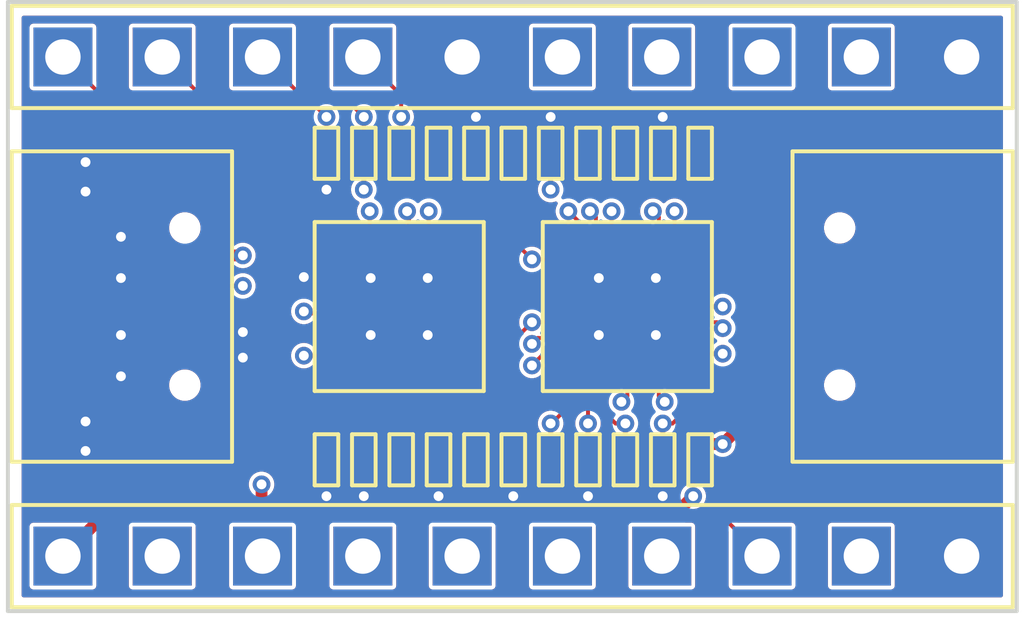
<source format=kicad_pcb>
(kicad_pcb (version 20171130) (host pcbnew 5.1.6-c6e7f7d~87~ubuntu20.04.1)
  (title_block (title "GD32F350 PWM Development Board") (date 2020-08-06) (rev 0.0) (comment 2 "Applications: PWM/PFM SMPS") (comment 3 "Features: ADC, PWM, I2C") (comment 4 "MCU: GD32F350G8U6"))
  (layers (0 F.Cu signal) (1 In1.Cu signal) (2 In2.Cu signal) (31 B.Cu signal) (34 B.Paste user) (35 F.Paste user) (36 B.SilkS user) (37 F.SilkS user) (38 B.Mask user) (39 F.Mask user) (44 Edge.Cuts user))
  (net 0 "")
  (net 1 /3V3)
  (net 2 /GND)
  (net 3 /RST)
  (net 4 /AD2)
  (net 5 /AD3)
  (net 6 /AD4)
  (net 7 /AD5)
  (net 8 /VIN)
  (net 9 "Net-(D1-Pad1)")
  (net 10 "Net-(D2-Pad1)")
  (net 11 /UDP)
  (net 12 /UDN)
  (net 13 /T0P1)
  (net 14 /T0N1)
  (net 15 /T0P2)
  (net 16 /T0N2)
  (net 17 /T16P)
  (net 18 /T15P)
  (net 19 /T15N)
  (net 20 /T16N)
  (net 21 /ENA)
  (net 22 /SCL)
  (net 23 /SDA)
  (net 24 /BM0)
  (net 25 /URS)
  (net 26 /BUS)
  (net 27 /LED)
  (net 28 /TXD)
  (net 29 /RXD)
  (net 30 /HDP)
  (net 31 /HDN)
  (module Local:U253-051T (layer F.Cu) (at 78.55 39.075 180)
    (fp_text reference P4 hide)
    (fp_text value USB2 hide)
    (fp_line (start 5.65 0.05) (end 0.05 0.05) (layer F.SilkS) (width 0.1))
    (fp_line (start 5.65 7.95) (end 5.65 0.05) (layer F.SilkS) (width 0.1))
    (fp_line (start 0.05 7.95) (end 5.65 7.95) (layer F.SilkS) (width 0.1))
    (fp_line (start 0.05 0.05) (end 0.05 7.95) (layer F.SilkS) (width 0.1))
    (pad "" np_thru_hole circle (at 4.45 2 180) (size 0.6 0.6) (drill 0.6) (layers *.Cu *.Mask))
    (pad "" np_thru_hole circle (at 4.45 6 180) (size 0.6 0.6) (drill 0.6) (layers *.Cu *.Mask))
    (pad 4 smd rect (at 5 5.3 180) (size 1.2 0.35) (layers F.Cu F.Paste F.Mask) (net 2 /GND))
    (pad 4 smd rect (at 5 4.65 180) (size 1.2 0.35) (layers F.Cu F.Paste F.Mask) (net 2 /GND))
    (pad 3 smd rect (at 5 4 180) (size 1.2 0.35) (layers F.Cu F.Paste F.Mask) (net 30 /HDP))
    (pad 2 smd rect (at 5 3.35 180) (size 1.2 0.35) (layers F.Cu F.Paste F.Mask) (net 31 /HDN))
    (pad 1 smd rect (at 5 2.7 180) (size 1.2 0.35) (layers F.Cu F.Paste F.Mask) (net 8 /VIN))
    (pad 4 smd rect (at 2.3 7.3 180) (size 1.2 1.2) (layers F.Cu F.Paste F.Mask) (net 2 /GND))
    (pad 4 smd rect (at 2.3 5.25 180) (size 1.5 1.5) (layers F.Cu F.Paste F.Mask) (net 2 /GND))
    (pad 4 smd rect (at 2.3 2.75 180) (size 1.5 1.5) (layers F.Cu F.Paste F.Mask) (net 2 /GND))
    (pad 4 smd rect (at 2.3 0.7 180) (size 1.2 1.2) (layers F.Cu F.Paste F.Mask) (net 2 /GND))
  )
  (module Local:QFN24_4.0_4.0_0.5 (layer F.Cu) (at 60.7 32.875)
    (fp_text reference U2 hide)
    (fp_text value CP2102N hide)
    (fp_line (start 4.35 0.05) (end 0.05 0.05) (layer F.SilkS) (width 0.1))
    (fp_line (start 4.35 4.35) (end 4.35 0.05) (layer F.SilkS) (width 0.1))
    (fp_line (start 0.05 4.35) (end 4.35 4.35) (layer F.SilkS) (width 0.1))
    (fp_line (start 0.05 0.05) (end 0.05 4.35) (layer F.SilkS) (width 0.1))
    (pad "" smd rect (at 2.2 2.2) (size 2.4 2.4) (layers F.Cu F.Paste F.Mask) (net 2 /GND))
    (pad 24 smd rect (at 0.95 0.35) (size 0.25 0.5) (layers F.Cu F.Paste F.Mask))
    (pad 19 smd rect (at 3.45 0.35) (size 0.25 0.5) (layers F.Cu F.Paste F.Mask) (net 3 /RST))
    (pad 23 smd rect (at 1.45 0.35) (size 0.25 0.5) (layers F.Cu F.Paste F.Mask) (net 24 /BM0))
    (pad 21 smd rect (at 2.45 0.35) (size 0.25 0.5) (layers F.Cu F.Paste F.Mask) (net 29 /RXD))
    (pad 20 smd rect (at 2.95 0.35) (size 0.25 0.5) (layers F.Cu F.Paste F.Mask) (net 28 /TXD))
    (pad 22 smd rect (at 1.95 0.35) (size 0.25 0.5) (layers F.Cu F.Paste F.Mask))
    (pad 12 smd rect (at 3.45 4.05) (size 0.25 0.5) (layers F.Cu F.Paste F.Mask))
    (pad 11 smd rect (at 2.95 4.05) (size 0.25 0.5) (layers F.Cu F.Paste F.Mask))
    (pad 10 smd rect (at 2.45 4.05) (size 0.25 0.5) (layers F.Cu F.Paste F.Mask))
    (pad 9 smd rect (at 1.95 4.05) (size 0.25 0.5) (layers F.Cu F.Paste F.Mask) (net 25 /URS))
    (pad 8 smd rect (at 1.45 4.05) (size 0.25 0.5) (layers F.Cu F.Paste F.Mask) (net 26 /BUS))
    (pad 7 smd rect (at 0.95 4.05) (size 0.25 0.5) (layers F.Cu F.Paste F.Mask) (net 8 /VIN))
    (pad 1 smd rect (at 0.35 0.95) (size 0.5 0.25) (layers F.Cu F.Paste F.Mask))
    (pad 2 smd rect (at 0.35 1.45) (size 0.5 0.25) (layers F.Cu F.Paste F.Mask) (net 2 /GND))
    (pad 3 smd rect (at 0.35 1.95) (size 0.5 0.25) (layers F.Cu F.Paste F.Mask) (net 11 /UDP))
    (pad 4 smd rect (at 0.35 2.45) (size 0.5 0.25) (layers F.Cu F.Paste F.Mask) (net 12 /UDN))
    (pad 5 smd rect (at 0.35 2.95) (size 0.5 0.25) (layers F.Cu F.Paste F.Mask) (net 1 /3V3))
    (pad 6 smd rect (at 0.35 3.45) (size 0.5 0.25) (layers F.Cu F.Paste F.Mask) (net 1 /3V3))
    (pad 15 smd rect (at 4.05 2.45) (size 0.5 0.25) (layers F.Cu F.Paste F.Mask))
    (pad 14 smd rect (at 4.05 2.95) (size 0.5 0.25) (layers F.Cu F.Paste F.Mask))
    (pad 13 smd rect (at 4.05 3.45) (size 0.5 0.25) (layers F.Cu F.Paste F.Mask))
    (pad 16 smd rect (at 4.05 1.95) (size 0.5 0.25) (layers F.Cu F.Paste F.Mask))
    (pad 18 smd rect (at 4.05 0.95) (size 0.5 0.25) (layers F.Cu F.Paste F.Mask))
    (pad 17 smd rect (at 4.05 1.45) (size 0.5 0.25) (layers F.Cu F.Paste F.Mask))
  )
  (module Local:QFN28_4,0_4.0_0.4 (layer F.Cu) (at 66.5 32.875)
    (fp_text reference U1 hide)
    (fp_text value GD32F350G8U6 hide)
    (fp_line (start 4.35 0.05) (end 0.05 0.05) (layer F.SilkS) (width 0.1))
    (fp_line (start 4.35 4.35) (end 4.35 0.05) (layer F.SilkS) (width 0.1))
    (fp_line (start 0.05 4.35) (end 4.35 4.35) (layer F.SilkS) (width 0.1))
    (fp_line (start 0.05 0.05) (end 0.05 4.35) (layer F.SilkS) (width 0.1))
    (pad "" smd rect (at 2.2 2.2) (size 2.4 2.4) (layers F.Cu F.Paste F.Mask) (net 2 /GND))
    (pad 27 smd rect (at 1.4 0.325) (size 0.2 0.45) (layers F.Cu F.Paste F.Mask) (net 19 /T15N))
    (pad 22 smd rect (at 3.4 0.325) (size 0.2 0.45) (layers F.Cu F.Paste F.Mask) (net 28 /TXD))
    (pad 23 smd rect (at 3 0.325) (size 0.2 0.45) (layers F.Cu F.Paste F.Mask) (net 29 /RXD))
    (pad 24 smd rect (at 2.6 0.325) (size 0.2 0.45) (layers F.Cu F.Paste F.Mask))
    (pad 26 smd rect (at 1.8 0.325) (size 0.2 0.45) (layers F.Cu F.Paste F.Mask) (net 21 /ENA))
    (pad 25 smd rect (at 2.2 0.325) (size 0.2 0.45) (layers F.Cu F.Paste F.Mask) (net 27 /LED))
    (pad 28 smd rect (at 1 0.325) (size 0.2 0.45) (layers F.Cu F.Paste F.Mask) (net 20 /T16N))
    (pad 14 smd rect (at 3.4 4.075) (size 0.2 0.45) (layers F.Cu F.Paste F.Mask) (net 7 /AD5))
    (pad 13 smd rect (at 3 4.075) (size 0.2 0.45) (layers F.Cu F.Paste F.Mask) (net 18 /T15P))
    (pad 12 smd rect (at 2.6 4.075) (size 0.2 0.45) (layers F.Cu F.Paste F.Mask) (net 17 /T16P))
    (pad 11 smd rect (at 2.2 4.075) (size 0.2 0.45) (layers F.Cu F.Paste F.Mask) (net 14 /T0N1))
    (pad 10 smd rect (at 1.8 4.075) (size 0.2 0.45) (layers F.Cu F.Paste F.Mask) (net 6 /AD4))
    (pad 9 smd rect (at 1.4 4.075) (size 0.2 0.45) (layers F.Cu F.Paste F.Mask) (net 5 /AD3))
    (pad 8 smd rect (at 1 4.075) (size 0.2 0.45) (layers F.Cu F.Paste F.Mask) (net 4 /AD2))
    (pad 18 smd rect (at 4.075 2.2) (size 0.45 0.2) (layers F.Cu F.Paste F.Mask) (net 15 /T0P2))
    (pad 21 smd rect (at 4.075 1) (size 0.45 0.2) (layers F.Cu F.Paste F.Mask))
    (pad 17 smd rect (at 4.075 2.6) (size 0.45 0.2) (layers F.Cu F.Paste F.Mask) (net 13 /T0P1))
    (pad 19 smd rect (at 4.075 1.8) (size 0.45 0.2) (layers F.Cu F.Paste F.Mask) (net 31 /HDN))
    (pad 15 smd rect (at 4.075 3.4) (size 0.45 0.2) (layers F.Cu F.Paste F.Mask) (net 16 /T0N2))
    (pad 16 smd rect (at 4.075 3) (size 0.45 0.2) (layers F.Cu F.Paste F.Mask) (net 1 /3V3))
    (pad 20 smd rect (at 4.075 1.4) (size 0.45 0.2) (layers F.Cu F.Paste F.Mask) (net 30 /HDP))
    (pad 7 smd rect (at 0.325 3.4) (size 0.45 0.2) (layers F.Cu F.Paste F.Mask) (net 23 /SDA))
    (pad 6 smd rect (at 0.325 3) (size 0.45 0.2) (layers F.Cu F.Paste F.Mask) (net 22 /SCL))
    (pad 5 smd rect (at 0.325 2.6) (size 0.45 0.2) (layers F.Cu F.Paste F.Mask) (net 1 /3V3))
    (pad 4 smd rect (at 0.325 2.2) (size 0.45 0.2) (layers F.Cu F.Paste F.Mask) (net 3 /RST))
    (pad 3 smd rect (at 0.325 1.8) (size 0.45 0.2) (layers F.Cu F.Paste F.Mask))
    (pad 2 smd rect (at 0.325 1.4) (size 0.45 0.2) (layers F.Cu F.Paste F.Mask))
    (pad 1 smd rect (at 0.325 1) (size 0.45 0.2) (layers F.Cu F.Paste F.Mask) (net 24 /BM0))
  )
  (module Local:0402 (layer F.Cu) (at 68.3 31.875 90)
    (fp_text reference R10 hide)
    (fp_text value Resistor hide)
    (fp_line (start 0.05 0.65) (end 0.05 0.05) (layer F.SilkS) (width 0.1))
    (fp_line (start 1.35 0.65) (end 0.05 0.65) (layer F.SilkS) (width 0.1))
    (fp_line (start 1.35 0.05) (end 1.35 0.65) (layer F.SilkS) (width 0.1))
    (fp_line (start 0.05 0.05) (end 1.35 0.05) (layer F.SilkS) (width 0.1))
    (pad 1 smd rect (at 0.3 0.35 90) (size 0.4 0.5) (layers F.Cu F.Paste F.Mask) (net 27 /LED))
    (pad 2 smd rect (at 1.1 0.35 90) (size 0.4 0.5) (layers F.Cu F.Paste F.Mask) (net 10 "Net-(D2-Pad1)"))
  )
  (module Local:0402 (layer F.Cu) (at 67.35 31.875 90)
    (fp_text reference R1 hide)
    (fp_text value Resistor hide)
    (fp_line (start 0.05 0.65) (end 0.05 0.05) (layer F.SilkS) (width 0.1))
    (fp_line (start 1.35 0.65) (end 0.05 0.65) (layer F.SilkS) (width 0.1))
    (fp_line (start 1.35 0.05) (end 1.35 0.65) (layer F.SilkS) (width 0.1))
    (fp_line (start 0.05 0.05) (end 1.35 0.05) (layer F.SilkS) (width 0.1))
    (pad 1 smd rect (at 0.3 0.35 90) (size 0.4 0.5) (layers F.Cu F.Paste F.Mask) (net 1 /3V3))
    (pad 2 smd rect (at 1.1 0.35 90) (size 0.4 0.5) (layers F.Cu F.Paste F.Mask) (net 9 "Net-(D1-Pad1)"))
  )
  (module Local:0402 (layer F.Cu) (at 64.25 38.275 270)
    (fp_text reference R9 hide)
    (fp_text value Resistor hide)
    (fp_line (start 0.05 0.65) (end 0.05 0.05) (layer F.SilkS) (width 0.1))
    (fp_line (start 1.35 0.65) (end 0.05 0.65) (layer F.SilkS) (width 0.1))
    (fp_line (start 1.35 0.05) (end 1.35 0.65) (layer F.SilkS) (width 0.1))
    (fp_line (start 0.05 0.05) (end 1.35 0.05) (layer F.SilkS) (width 0.1))
    (pad 1 smd rect (at 0.3 0.35 270) (size 0.4 0.5) (layers F.Cu F.Paste F.Mask) (net 26 /BUS))
    (pad 2 smd rect (at 1.1 0.35 270) (size 0.4 0.5) (layers F.Cu F.Paste F.Mask) (net 2 /GND))
  )
  (module Local:0402 (layer F.Cu) (at 62.6 39.675 90)
    (fp_text reference R8 hide)
    (fp_text value Resistor hide)
    (fp_line (start 0.05 0.65) (end 0.05 0.05) (layer F.SilkS) (width 0.1))
    (fp_line (start 1.35 0.65) (end 0.05 0.65) (layer F.SilkS) (width 0.1))
    (fp_line (start 1.35 0.05) (end 1.35 0.65) (layer F.SilkS) (width 0.1))
    (fp_line (start 0.05 0.05) (end 1.35 0.05) (layer F.SilkS) (width 0.1))
    (pad 1 smd rect (at 0.3 0.35 90) (size 0.4 0.5) (layers F.Cu F.Paste F.Mask) (net 8 /VIN))
    (pad 2 smd rect (at 1.1 0.35 90) (size 0.4 0.5) (layers F.Cu F.Paste F.Mask) (net 26 /BUS))
  )
  (module Local:0402 (layer F.Cu) (at 62.6 31.875 90)
    (fp_text reference R7 hide)
    (fp_text value Resistor hide)
    (fp_line (start 0.05 0.65) (end 0.05 0.05) (layer F.SilkS) (width 0.1))
    (fp_line (start 1.35 0.65) (end 0.05 0.65) (layer F.SilkS) (width 0.1))
    (fp_line (start 1.35 0.05) (end 1.35 0.65) (layer F.SilkS) (width 0.1))
    (fp_line (start 0.05 0.05) (end 1.35 0.05) (layer F.SilkS) (width 0.1))
    (pad 1 smd rect (at 0.3 0.35 90) (size 0.4 0.5) (layers F.Cu F.Paste F.Mask) (net 1 /3V3))
    (pad 2 smd rect (at 1.1 0.35 90) (size 0.4 0.5) (layers F.Cu F.Paste F.Mask) (net 23 /SDA))
  )
  (module Local:0402 (layer F.Cu) (at 61.65 31.875 90)
    (fp_text reference R6 hide)
    (fp_text value Resistor hide)
    (fp_line (start 0.05 0.65) (end 0.05 0.05) (layer F.SilkS) (width 0.1))
    (fp_line (start 1.35 0.65) (end 0.05 0.65) (layer F.SilkS) (width 0.1))
    (fp_line (start 1.35 0.05) (end 1.35 0.65) (layer F.SilkS) (width 0.1))
    (fp_line (start 0.05 0.05) (end 1.35 0.05) (layer F.SilkS) (width 0.1))
    (pad 1 smd rect (at 0.3 0.35 90) (size 0.4 0.5) (layers F.Cu F.Paste F.Mask) (net 1 /3V3))
    (pad 2 smd rect (at 1.1 0.35 90) (size 0.4 0.5) (layers F.Cu F.Paste F.Mask) (net 22 /SCL))
  )
  (module Local:0402 (layer F.Cu) (at 65.2 38.275 270)
    (fp_text reference R5 hide)
    (fp_text value Resistor hide)
    (fp_line (start 0.05 0.65) (end 0.05 0.05) (layer F.SilkS) (width 0.1))
    (fp_line (start 1.35 0.65) (end 0.05 0.65) (layer F.SilkS) (width 0.1))
    (fp_line (start 1.35 0.05) (end 1.35 0.65) (layer F.SilkS) (width 0.1))
    (fp_line (start 0.05 0.05) (end 1.35 0.05) (layer F.SilkS) (width 0.1))
    (pad 1 smd rect (at 0.3 0.35 270) (size 0.4 0.5) (layers F.Cu F.Paste F.Mask) (net 1 /3V3))
    (pad 2 smd rect (at 1.1 0.35 270) (size 0.4 0.5) (layers F.Cu F.Paste F.Mask) (net 25 /URS))
  )
  (module Local:0402 (layer F.Cu) (at 61.4 30.475 270)
    (fp_text reference R4 hide)
    (fp_text value Resistor hide)
    (fp_line (start 0.05 0.65) (end 0.05 0.05) (layer F.SilkS) (width 0.1))
    (fp_line (start 1.35 0.65) (end 0.05 0.65) (layer F.SilkS) (width 0.1))
    (fp_line (start 1.35 0.05) (end 1.35 0.65) (layer F.SilkS) (width 0.1))
    (fp_line (start 0.05 0.05) (end 1.35 0.05) (layer F.SilkS) (width 0.1))
    (pad 1 smd rect (at 0.3 0.35 270) (size 0.4 0.5) (layers F.Cu F.Paste F.Mask) (net 21 /ENA))
    (pad 2 smd rect (at 1.1 0.35 270) (size 0.4 0.5) (layers F.Cu F.Paste F.Mask) (net 2 /GND))
  )
  (module Local:0402 (layer F.Cu) (at 65.45 31.875 90)
    (fp_text reference R3 hide)
    (fp_text value Resistor hide)
    (fp_line (start 0.05 0.65) (end 0.05 0.05) (layer F.SilkS) (width 0.1))
    (fp_line (start 1.35 0.65) (end 0.05 0.65) (layer F.SilkS) (width 0.1))
    (fp_line (start 1.35 0.05) (end 1.35 0.65) (layer F.SilkS) (width 0.1))
    (fp_line (start 0.05 0.05) (end 1.35 0.05) (layer F.SilkS) (width 0.1))
    (pad 1 smd rect (at 0.3 0.35 90) (size 0.4 0.5) (layers F.Cu F.Paste F.Mask) (net 24 /BM0))
    (pad 2 smd rect (at 1.1 0.35 90) (size 0.4 0.5) (layers F.Cu F.Paste F.Mask) (net 2 /GND))
  )
  (module Local:0402 (layer F.Cu) (at 64.25 30.475 270)
    (fp_text reference R2 hide)
    (fp_text value Resistor hide)
    (fp_line (start 0.05 0.65) (end 0.05 0.05) (layer F.SilkS) (width 0.1))
    (fp_line (start 1.35 0.65) (end 0.05 0.65) (layer F.SilkS) (width 0.1))
    (fp_line (start 1.35 0.05) (end 1.35 0.65) (layer F.SilkS) (width 0.1))
    (fp_line (start 0.05 0.05) (end 1.35 0.05) (layer F.SilkS) (width 0.1))
    (pad 1 smd rect (at 0.3 0.35 270) (size 0.4 0.5) (layers F.Cu F.Paste F.Mask) (net 1 /3V3))
    (pad 2 smd rect (at 1.1 0.35 270) (size 0.4 0.5) (layers F.Cu F.Paste F.Mask) (net 3 /RST))
  )
  (module Local:HDR1X10 (layer F.Cu) (at 53 30.075 90)
    (fp_text reference P3 hide)
    (fp_text value ADC hide)
    (fp_line (start 2.65 0.05) (end 0.05 0.05) (layer F.SilkS) (width 0.1))
    (fp_line (start 2.65 25.5) (end 2.65 0.05) (layer F.SilkS) (width 0.1))
    (fp_line (start 0.05 25.5) (end 2.65 25.5) (layer F.SilkS) (width 0.1))
    (fp_line (start 0.05 0.05) (end 0.05 25.5) (layer F.SilkS) (width 0.1))
    (pad 1 thru_hole rect (at 1.35 1.35 90) (size 1.5 1.5) (drill 0.9) (layers *.Cu *.Mask) (net 1 /3V3))
    (pad 2 thru_hole rect (at 1.35 3.875 90) (size 1.5 1.5) (drill 0.9) (layers *.Cu *.Mask) (net 21 /ENA))
    (pad 3 thru_hole rect (at 1.35 6.425 90) (size 1.5 1.5) (drill 0.9) (layers *.Cu *.Mask) (net 22 /SCL))
    (pad 4 thru_hole rect (at 1.35 8.975 90) (size 1.5 1.5) (drill 0.9) (layers *.Cu *.Mask) (net 23 /SDA))
    (pad 5 thru_hole rect (at 1.35 11.5 90) (size 1.5 1.5) (drill 0.9) (layers *.Cu *.Mask) (net 2 /GND))
    (pad 8 thru_hole rect (at 1.35 19.125 90) (size 1.5 1.5) (drill 0.9) (layers *.Cu *.Mask) (net 6 /AD4))
    (pad 6 thru_hole rect (at 1.35 14.05 90) (size 1.5 1.5) (drill 0.9) (layers *.Cu *.Mask) (net 4 /AD2))
    (pad 7 thru_hole rect (at 1.35 16.575 90) (size 1.5 1.5) (drill 0.9) (layers *.Cu *.Mask) (net 5 /AD3))
    (pad 9 thru_hole rect (at 1.35 21.65 90) (size 1.5 1.5) (drill 0.9) (layers *.Cu *.Mask) (net 7 /AD5))
    (pad 10 thru_hole rect (at 1.35 24.2 90) (size 1.5 1.5) (drill 0.9) (layers *.Cu *.Mask) (net 2 /GND))
  )
  (module Local:HDR1X10 (layer F.Cu) (at 53 42.775 90)
    (fp_text reference P2 hide)
    (fp_text value PWM hide)
    (fp_line (start 2.65 0.05) (end 0.05 0.05) (layer F.SilkS) (width 0.1))
    (fp_line (start 2.65 25.5) (end 2.65 0.05) (layer F.SilkS) (width 0.1))
    (fp_line (start 0.05 25.5) (end 2.65 25.5) (layer F.SilkS) (width 0.1))
    (fp_line (start 0.05 0.05) (end 0.05 25.5) (layer F.SilkS) (width 0.1))
    (pad 1 thru_hole rect (at 1.35 1.35 90) (size 1.5 1.5) (drill 0.9) (layers *.Cu *.Mask) (net 8 /VIN))
    (pad 2 thru_hole rect (at 1.35 3.875 90) (size 1.5 1.5) (drill 0.9) (layers *.Cu *.Mask) (net 13 /T0P1))
    (pad 3 thru_hole rect (at 1.35 6.425 90) (size 1.5 1.5) (drill 0.9) (layers *.Cu *.Mask) (net 14 /T0N1))
    (pad 4 thru_hole rect (at 1.35 8.975 90) (size 1.5 1.5) (drill 0.9) (layers *.Cu *.Mask) (net 15 /T0P2))
    (pad 5 thru_hole rect (at 1.35 11.5 90) (size 1.5 1.5) (drill 0.9) (layers *.Cu *.Mask) (net 16 /T0N2))
    (pad 8 thru_hole rect (at 1.35 19.125 90) (size 1.5 1.5) (drill 0.9) (layers *.Cu *.Mask) (net 17 /T16P))
    (pad 6 thru_hole rect (at 1.35 14.05 90) (size 1.5 1.5) (drill 0.9) (layers *.Cu *.Mask) (net 18 /T15P))
    (pad 7 thru_hole rect (at 1.35 16.575 90) (size 1.5 1.5) (drill 0.9) (layers *.Cu *.Mask) (net 19 /T15N))
    (pad 9 thru_hole rect (at 1.35 21.65 90) (size 1.5 1.5) (drill 0.9) (layers *.Cu *.Mask) (net 20 /T16N))
    (pad 10 thru_hole rect (at 1.35 24.2 90) (size 1.5 1.5) (drill 0.9) (layers *.Cu *.Mask) (net 2 /GND))
  )
  (module Local:U253-051T (layer F.Cu) (at 53 31.075)
    (fp_text reference P1 hide)
    (fp_text value USB1 hide)
    (fp_line (start 5.65 0.05) (end 0.05 0.05) (layer F.SilkS) (width 0.1))
    (fp_line (start 5.65 7.95) (end 5.65 0.05) (layer F.SilkS) (width 0.1))
    (fp_line (start 0.05 7.95) (end 5.65 7.95) (layer F.SilkS) (width 0.1))
    (fp_line (start 0.05 0.05) (end 0.05 7.95) (layer F.SilkS) (width 0.1))
    (pad "" np_thru_hole circle (at 4.45 2) (size 0.6 0.6) (drill 0.6) (layers *.Cu *.Mask))
    (pad "" np_thru_hole circle (at 4.45 6) (size 0.6 0.6) (drill 0.6) (layers *.Cu *.Mask))
    (pad 4 smd rect (at 5 5.3) (size 1.2 0.35) (layers F.Cu F.Paste F.Mask) (net 2 /GND))
    (pad 4 smd rect (at 5 4.65) (size 1.2 0.35) (layers F.Cu F.Paste F.Mask) (net 2 /GND))
    (pad 3 smd rect (at 5 4) (size 1.2 0.35) (layers F.Cu F.Paste F.Mask) (net 11 /UDP))
    (pad 2 smd rect (at 5 3.35) (size 1.2 0.35) (layers F.Cu F.Paste F.Mask) (net 12 /UDN))
    (pad 1 smd rect (at 5 2.7) (size 1.2 0.35) (layers F.Cu F.Paste F.Mask) (net 8 /VIN))
    (pad 4 smd rect (at 2.3 7.3) (size 1.2 1.2) (layers F.Cu F.Paste F.Mask) (net 2 /GND))
    (pad 4 smd rect (at 2.3 5.25) (size 1.5 1.5) (layers F.Cu F.Paste F.Mask) (net 2 /GND))
    (pad 4 smd rect (at 2.3 2.75) (size 1.5 1.5) (layers F.Cu F.Paste F.Mask) (net 2 /GND))
    (pad 4 smd rect (at 2.3 0.7) (size 1.2 1.2) (layers F.Cu F.Paste F.Mask) (net 2 /GND))
  )
  (module Local:0402 (layer F.Cu) (at 70.2 31.875 90)
    (fp_text reference D2 hide)
    (fp_text value LED hide)
    (fp_line (start 0.05 0.65) (end 0.05 0.05) (layer F.SilkS) (width 0.1))
    (fp_line (start 1.35 0.65) (end 0.05 0.65) (layer F.SilkS) (width 0.1))
    (fp_line (start 1.35 0.05) (end 1.35 0.65) (layer F.SilkS) (width 0.1))
    (fp_line (start 0.05 0.05) (end 1.35 0.05) (layer F.SilkS) (width 0.1))
    (pad 1 smd rect (at 0.3 0.35 90) (size 0.4 0.5) (layers F.Cu F.Paste F.Mask) (net 10 "Net-(D2-Pad1)"))
    (pad 2 smd rect (at 1.1 0.35 90) (size 0.4 0.5) (layers F.Cu F.Paste F.Mask) (net 2 /GND))
  )
  (module Local:0402 (layer F.Cu) (at 69.25 31.875 90)
    (fp_text reference D1 hide)
    (fp_text value LED hide)
    (fp_line (start 0.05 0.65) (end 0.05 0.05) (layer F.SilkS) (width 0.1))
    (fp_line (start 1.35 0.65) (end 0.05 0.65) (layer F.SilkS) (width 0.1))
    (fp_line (start 1.35 0.05) (end 1.35 0.65) (layer F.SilkS) (width 0.1))
    (fp_line (start 0.05 0.05) (end 1.35 0.05) (layer F.SilkS) (width 0.1))
    (pad 1 smd rect (at 0.3 0.35 90) (size 0.4 0.5) (layers F.Cu F.Paste F.Mask) (net 9 "Net-(D1-Pad1)"))
    (pad 2 smd rect (at 1.1 0.35 90) (size 0.4 0.5) (layers F.Cu F.Paste F.Mask) (net 2 /GND))
  )
  (module Local:0402 (layer F.Cu) (at 70.9 38.275 270)
    (fp_text reference C10 hide)
    (fp_text value Capacitor hide)
    (fp_line (start 0.05 0.65) (end 0.05 0.05) (layer F.SilkS) (width 0.1))
    (fp_line (start 1.35 0.65) (end 0.05 0.65) (layer F.SilkS) (width 0.1))
    (fp_line (start 1.35 0.05) (end 1.35 0.65) (layer F.SilkS) (width 0.1))
    (fp_line (start 0.05 0.05) (end 1.35 0.05) (layer F.SilkS) (width 0.1))
    (pad 1 smd rect (at 0.3 0.35 270) (size 0.4 0.5) (layers F.Cu F.Paste F.Mask) (net 8 /VIN))
    (pad 2 smd rect (at 1.1 0.35 270) (size 0.4 0.5) (layers F.Cu F.Paste F.Mask) (net 2 /GND))
  )
  (module Local:0402 (layer F.Cu) (at 62.35 38.275 270)
    (fp_text reference C9 hide)
    (fp_text value Capacitor hide)
    (fp_line (start 0.05 0.65) (end 0.05 0.05) (layer F.SilkS) (width 0.1))
    (fp_line (start 1.35 0.65) (end 0.05 0.65) (layer F.SilkS) (width 0.1))
    (fp_line (start 1.35 0.05) (end 1.35 0.65) (layer F.SilkS) (width 0.1))
    (fp_line (start 0.05 0.05) (end 1.35 0.05) (layer F.SilkS) (width 0.1))
    (pad 1 smd rect (at 0.3 0.35 270) (size 0.4 0.5) (layers F.Cu F.Paste F.Mask) (net 8 /VIN))
    (pad 2 smd rect (at 1.1 0.35 270) (size 0.4 0.5) (layers F.Cu F.Paste F.Mask) (net 2 /GND))
  )
  (module Local:0402 (layer F.Cu) (at 69.95 38.275 270)
    (fp_text reference C8 hide)
    (fp_text value Capacitor hide)
    (fp_line (start 0.05 0.65) (end 0.05 0.05) (layer F.SilkS) (width 0.1))
    (fp_line (start 1.35 0.65) (end 0.05 0.65) (layer F.SilkS) (width 0.1))
    (fp_line (start 1.35 0.05) (end 1.35 0.65) (layer F.SilkS) (width 0.1))
    (fp_line (start 0.05 0.05) (end 1.35 0.05) (layer F.SilkS) (width 0.1))
    (pad 1 smd rect (at 0.3 0.35 270) (size 0.4 0.5) (layers F.Cu F.Paste F.Mask) (net 7 /AD5))
    (pad 2 smd rect (at 1.1 0.35 270) (size 0.4 0.5) (layers F.Cu F.Paste F.Mask) (net 2 /GND))
  )
  (module Local:0402 (layer F.Cu) (at 69 38.275 270)
    (fp_text reference C7 hide)
    (fp_text value Capacitor hide)
    (fp_line (start 0.05 0.65) (end 0.05 0.05) (layer F.SilkS) (width 0.1))
    (fp_line (start 1.35 0.65) (end 0.05 0.65) (layer F.SilkS) (width 0.1))
    (fp_line (start 1.35 0.05) (end 1.35 0.65) (layer F.SilkS) (width 0.1))
    (fp_line (start 0.05 0.05) (end 1.35 0.05) (layer F.SilkS) (width 0.1))
    (pad 1 smd rect (at 0.3 0.35 270) (size 0.4 0.5) (layers F.Cu F.Paste F.Mask) (net 6 /AD4))
    (pad 2 smd rect (at 1.1 0.35 270) (size 0.4 0.5) (layers F.Cu F.Paste F.Mask) (net 2 /GND))
  )
  (module Local:0402 (layer F.Cu) (at 68.05 38.275 270)
    (fp_text reference C6 hide)
    (fp_text value Capacitor hide)
    (fp_line (start 0.05 0.65) (end 0.05 0.05) (layer F.SilkS) (width 0.1))
    (fp_line (start 1.35 0.65) (end 0.05 0.65) (layer F.SilkS) (width 0.1))
    (fp_line (start 1.35 0.05) (end 1.35 0.65) (layer F.SilkS) (width 0.1))
    (fp_line (start 0.05 0.05) (end 1.35 0.05) (layer F.SilkS) (width 0.1))
    (pad 1 smd rect (at 0.3 0.35 270) (size 0.4 0.5) (layers F.Cu F.Paste F.Mask) (net 5 /AD3))
    (pad 2 smd rect (at 1.1 0.35 270) (size 0.4 0.5) (layers F.Cu F.Paste F.Mask) (net 2 /GND))
  )
  (module Local:0402 (layer F.Cu) (at 67.1 38.275 270)
    (fp_text reference C5 hide)
    (fp_text value Capacitor hide)
    (fp_line (start 0.05 0.65) (end 0.05 0.05) (layer F.SilkS) (width 0.1))
    (fp_line (start 1.35 0.65) (end 0.05 0.65) (layer F.SilkS) (width 0.1))
    (fp_line (start 1.35 0.05) (end 1.35 0.65) (layer F.SilkS) (width 0.1))
    (fp_line (start 0.05 0.05) (end 1.35 0.05) (layer F.SilkS) (width 0.1))
    (pad 1 smd rect (at 0.3 0.35 270) (size 0.4 0.5) (layers F.Cu F.Paste F.Mask) (net 4 /AD2))
    (pad 2 smd rect (at 1.1 0.35 270) (size 0.4 0.5) (layers F.Cu F.Paste F.Mask) (net 2 /GND))
  )
  (module Local:0402 (layer F.Cu) (at 64.5 31.875 90)
    (fp_text reference C1 hide)
    (fp_text value Capacitor hide)
    (fp_line (start 0.05 0.65) (end 0.05 0.05) (layer F.SilkS) (width 0.1))
    (fp_line (start 1.35 0.65) (end 0.05 0.65) (layer F.SilkS) (width 0.1))
    (fp_line (start 1.35 0.05) (end 1.35 0.65) (layer F.SilkS) (width 0.1))
    (fp_line (start 0.05 0.05) (end 1.35 0.05) (layer F.SilkS) (width 0.1))
    (pad 1 smd rect (at 0.3 0.35 90) (size 0.4 0.5) (layers F.Cu F.Paste F.Mask) (net 3 /RST))
    (pad 2 smd rect (at 1.1 0.35 90) (size 0.4 0.5) (layers F.Cu F.Paste F.Mask) (net 2 /GND))
  )
  (module Local:0402 (layer F.Cu) (at 66.15 38.275 270)
    (fp_text reference C4 hide)
    (fp_text value Capacitor hide)
    (fp_line (start 0.05 0.65) (end 0.05 0.05) (layer F.SilkS) (width 0.1))
    (fp_line (start 1.35 0.65) (end 0.05 0.65) (layer F.SilkS) (width 0.1))
    (fp_line (start 1.35 0.05) (end 1.35 0.65) (layer F.SilkS) (width 0.1))
    (fp_line (start 0.05 0.05) (end 1.35 0.05) (layer F.SilkS) (width 0.1))
    (pad 1 smd rect (at 0.3 0.35 270) (size 0.4 0.5) (layers F.Cu F.Paste F.Mask) (net 1 /3V3))
    (pad 2 smd rect (at 1.1 0.35 270) (size 0.4 0.5) (layers F.Cu F.Paste F.Mask) (net 2 /GND))
  )
  (module Local:0402 (layer F.Cu) (at 66.4 31.875 90)
    (fp_text reference C3 hide)
    (fp_text value Capacitor hide)
    (fp_line (start 0.05 0.65) (end 0.05 0.05) (layer F.SilkS) (width 0.1))
    (fp_line (start 1.35 0.65) (end 0.05 0.65) (layer F.SilkS) (width 0.1))
    (fp_line (start 1.35 0.05) (end 1.35 0.65) (layer F.SilkS) (width 0.1))
    (fp_line (start 0.05 0.05) (end 1.35 0.05) (layer F.SilkS) (width 0.1))
    (pad 1 smd rect (at 0.3 0.35 90) (size 0.4 0.5) (layers F.Cu F.Paste F.Mask) (net 1 /3V3))
    (pad 2 smd rect (at 1.1 0.35 90) (size 0.4 0.5) (layers F.Cu F.Paste F.Mask) (net 2 /GND))
  )
  (module Local:0402 (layer F.Cu) (at 61.4 38.275 270)
    (fp_text reference C2 hide)
    (fp_text value Capacitor hide)
    (fp_line (start 0.05 0.65) (end 0.05 0.05) (layer F.SilkS) (width 0.1))
    (fp_line (start 1.35 0.65) (end 0.05 0.65) (layer F.SilkS) (width 0.1))
    (fp_line (start 1.35 0.05) (end 1.35 0.65) (layer F.SilkS) (width 0.1))
    (fp_line (start 0.05 0.05) (end 1.35 0.05) (layer F.SilkS) (width 0.1))
    (pad 1 smd rect (at 0.3 0.35 270) (size 0.4 0.5) (layers F.Cu F.Paste F.Mask) (net 1 /3V3))
    (pad 2 smd rect (at 1.1 0.35 270) (size 0.4 0.5) (layers F.Cu F.Paste F.Mask) (net 2 /GND))
  )
  (gr_line (start 78.6 27.325) (end 52.95 27.325) (layer Edge.Cuts) (width 0.1))
  (gr_line (start 78.6 42.825) (end 78.6 27.325) (layer Edge.Cuts) (width 0.1))
  (gr_line (start 52.95 42.825) (end 78.6 42.825) (layer Edge.Cuts) (width 0.1))
  (gr_line (start 52.95 27.325) (end 52.95 42.825) (layer Edge.Cuts) (width 0.1))
  (via (at 59.4 39.6) (size 0.45) (drill 0.25) (layers F.Cu B.Cu) (net 8))
  (via (at 58.925 33.775) (size 0.45) (drill 0.25) (layers F.Cu B.Cu) (net 8))
  (via (at 70.375 39.9) (size 0.45) (drill 0.25) (layers F.Cu B.Cu) (net 8))
  (via (at 71.125 38.575) (size 0.45) (drill 0.25) (layers F.Cu B.Cu) (net 8))
  (via (at 63.9 39.9) (size 0.45) (drill 0.25) (layers F.Cu B.Cu) (net 2))
  (via (at 65.8 39.9) (size 0.45) (drill 0.25) (layers F.Cu B.Cu) (net 2))
  (via (at 67.7 39.9) (size 0.45) (drill 0.25) (layers F.Cu B.Cu) (net 2))
  (via (at 61.05 39.9) (size 0.45) (drill 0.25) (layers F.Cu B.Cu) (net 2))
  (via (at 62 39.9) (size 0.45) (drill 0.25) (layers F.Cu B.Cu) (net 2))
  (via (at 69.6 39.9) (size 0.45) (drill 0.25) (layers F.Cu B.Cu) (net 2))
  (via (at 62 32.1) (size 0.45) (drill 0.25) (layers F.Cu B.Cu) (net 1))
  (via (at 66.75 32.1) (size 0.45) (drill 0.25) (layers F.Cu B.Cu) (net 1))
  (via (at 62.95 30.25) (size 0.45) (drill 0.25) (layers F.Cu B.Cu) (net 23))
  (via (at 62 30.25) (size 0.45) (drill 0.25) (layers F.Cu B.Cu) (net 22))
  (via (at 66.275 35.475) (size 0.45) (drill 0.25) (layers F.Cu B.Cu) (net 1))
  (via (at 60.475 36.325) (size 0.45) (drill 0.25) (layers F.Cu B.Cu) (net 1))
  (segment (start 61.05 38.575) (end 61.05 35.825) (width 0.1) (layer F.Cu) (net 1))
  (segment (start 61.05 36.325) (end 60.475 36.325) (width 0.1) (layer F.Cu) (net 1))
  (segment (start 62 31.575) (end 62.95 31.575) (width 0.1) (layer F.Cu) (net 1))
  (segment (start 66.75 31.575) (end 66.75 31.175) (width 0.1) (layer F.Cu) (net 1))
  (segment (start 63.9 30.775) (end 63.9 31.175) (width 0.1) (layer F.Cu) (net 1))
  (segment (start 63.9 31.175) (end 66.75 31.175) (width 0.1) (layer F.Cu) (net 1))
  (segment (start 66.75 31.575) (end 67.7 31.575) (width 0.1) (layer F.Cu) (net 1))
  (segment (start 66.825 35.475) (end 66.275 35.475) (width 0.1) (layer F.Cu) (net 1))
  (segment (start 65.8 35.95) (end 66.275 35.475) (width 0.1) (layer F.Cu) (net 1))
  (segment (start 65.8 38.575) (end 65.8 35.95) (width 0.1) (layer F.Cu) (net 1))
  (segment (start 64.85 38.575) (end 65.8 38.575) (width 0.1) (layer F.Cu) (net 1))
  (segment (start 70.575 35.875) (end 70.1 35.875) (width 0.1) (layer F.Cu) (net 1))
  (segment (start 70.1 35.875) (end 70.1 36.275) (width 0.1) (layer F.Cu) (net 1))
  (segment (start 70.1 36.275) (end 70.1 36.475) (width 0.1) (layer F.Cu) (net 1))
  (segment (start 70.1 36.475) (end 67.3 36.475) (width 0.1) (layer F.Cu) (net 1))
  (segment (start 67.3 36.475) (end 67.3 35.475) (width 0.1) (layer F.Cu) (net 1))
  (segment (start 67.3 35.475) (end 66.825 35.475) (width 0.1) (layer F.Cu) (net 1))
  (segment (start 62 31.575) (end 62 31.175) (width 0.1) (layer F.Cu) (net 1))
  (segment (start 63.9 31.175) (end 62 31.175) (width 0.1) (layer F.Cu) (net 1))
  (segment (start 55.35 29.725) (end 55.025 29.4) (width 0.1) (layer F.Cu) (net 1))
  (segment (start 55.95 30.325) (end 55.35 29.725) (width 0.1) (layer F.Cu) (net 1))
  (segment (start 59.6 30.325) (end 55.95 30.325) (width 0.1) (layer F.Cu) (net 1))
  (segment (start 60.45 31.175) (end 59.6 30.325) (width 0.1) (layer F.Cu) (net 1))
  (segment (start 62 31.175) (end 60.45 31.175) (width 0.1) (layer F.Cu) (net 1))
  (segment (start 66.75 31.575) (end 66.75 32.1) (width 0.1) (layer F.Cu) (net 1))
  (segment (start 62 31.575) (end 62 32.1) (width 0.1) (layer F.Cu) (net 1))
  (via (at 60.475 34.325) (size 0.45) (drill 0.25) (layers F.Cu B.Cu) (net 2))
  (via (at 58.925 36.375) (size 0.45) (drill 0.25) (layers F.Cu B.Cu) (net 2))
  (via (at 58.925 35.725) (size 0.45) (drill 0.25) (layers F.Cu B.Cu) (net 2))
  (via (at 55.825 36.85) (size 0.45) (drill 0.25) (layers F.Cu B.Cu) (net 2))
  (via (at 55.825 35.8) (size 0.45) (drill 0.25) (layers F.Cu B.Cu) (net 2))
  (via (at 55.825 34.35) (size 0.45) (drill 0.25) (layers F.Cu B.Cu) (net 2))
  (via (at 55.825 33.3) (size 0.45) (drill 0.25) (layers F.Cu B.Cu) (net 2))
  (via (at 54.925 32.15) (size 0.45) (drill 0.25) (layers F.Cu B.Cu) (net 2))
  (via (at 54.925 31.4) (size 0.45) (drill 0.25) (layers F.Cu B.Cu) (net 2))
  (via (at 54.925 38) (size 0.45) (drill 0.25) (layers F.Cu B.Cu) (net 2))
  (via (at 54.925 38.75) (size 0.45) (drill 0.25) (layers F.Cu B.Cu) (net 2))
  (via (at 67.975 35.8) (size 0.45) (drill 0.25) (layers F.Cu B.Cu) (net 2))
  (via (at 69.425 35.8) (size 0.45) (drill 0.25) (layers F.Cu B.Cu) (net 2))
  (via (at 69.425 34.35) (size 0.45) (drill 0.25) (layers F.Cu B.Cu) (net 2))
  (via (at 67.975 34.35) (size 0.45) (drill 0.25) (layers F.Cu B.Cu) (net 2))
  (via (at 62.175 35.8) (size 0.45) (drill 0.25) (layers F.Cu B.Cu) (net 2))
  (via (at 63.625 35.8) (size 0.45) (drill 0.25) (layers F.Cu B.Cu) (net 2))
  (via (at 63.625 34.35) (size 0.45) (drill 0.25) (layers F.Cu B.Cu) (net 2))
  (via (at 62.175 34.35) (size 0.45) (drill 0.25) (layers F.Cu B.Cu) (net 2))
  (via (at 61.05 32.1) (size 0.45) (drill 0.25) (layers F.Cu B.Cu) (net 2))
  (via (at 64.85 30.25) (size 0.45) (drill 0.25) (layers F.Cu B.Cu) (net 2))
  (via (at 66.75 30.25) (size 0.45) (drill 0.25) (layers F.Cu B.Cu) (net 2))
  (via (at 69.6 30.25) (size 0.45) (drill 0.25) (layers F.Cu B.Cu) (net 2))
  (segment (start 63.9 31.575) (end 64.85 31.575) (width 0.1) (layer F.Cu) (net 3))
  (segment (start 64.85 31.575) (end 64.85 33.225) (width 0.1) (layer F.Cu) (net 3))
  (segment (start 64.85 33.225) (end 64.15 33.225) (width 0.1) (layer F.Cu) (net 3))
  (segment (start 65.3 33.675) (end 64.85 33.225) (width 0.1) (layer F.Cu) (net 3))
  (segment (start 65.3 34.775) (end 65.3 33.675) (width 0.1) (layer F.Cu) (net 3))
  (segment (start 65.6 35.075) (end 65.3 34.775) (width 0.1) (layer F.Cu) (net 3))
  (segment (start 66.825 35.075) (end 65.6 35.075) (width 0.1) (layer F.Cu) (net 3))
  (via (at 66.75 38.05) (size 0.45) (drill 0.25) (layers F.Cu B.Cu) (net 4))
  (segment (start 66.75 38.575) (end 66.75 38.05) (width 0.1) (layer F.Cu) (net 4))
  (segment (start 66.75 38.05) (end 66.775 38.05) (width 0.1) (layer F.Cu) (net 4))
  (segment (start 66.775 38.05) (end 67.5 37.325) (width 0.1) (layer F.Cu) (net 4))
  (segment (start 67.5 37.325) (end 67.5 36.95) (width 0.1) (layer F.Cu) (net 4))
  (via (at 67.7 38.05) (size 0.45) (drill 0.25) (layers F.Cu B.Cu) (net 5))
  (segment (start 67.7 38.575) (end 67.7 38.05) (width 0.1) (layer F.Cu) (net 5))
  (segment (start 67.7 38.05) (end 67.7 37.525) (width 0.1) (layer F.Cu) (net 5))
  (segment (start 67.7 37.525) (end 67.9 37.325) (width 0.1) (layer F.Cu) (net 5))
  (segment (start 67.9 37.325) (end 67.9 36.95) (width 0.1) (layer F.Cu) (net 5))
  (via (at 68.65 38.05) (size 0.45) (drill 0.25) (layers F.Cu B.Cu) (net 6))
  (segment (start 68.65 38.575) (end 68.65 38.05) (width 0.1) (layer F.Cu) (net 6))
  (segment (start 68.175 37.275) (end 68.325 37.125) (width 0.1) (layer F.Cu) (net 6))
  (segment (start 68.175 37.825) (end 68.175 37.275) (width 0.1) (layer F.Cu) (net 6))
  (segment (start 68.4 38.05) (end 68.175 37.825) (width 0.1) (layer F.Cu) (net 6))
  (segment (start 68.65 38.05) (end 68.4 38.05) (width 0.1) (layer F.Cu) (net 6))
  (via (at 69.6 38.05) (size 0.45) (drill 0.25) (layers F.Cu B.Cu) (net 7))
  (segment (start 70.025 37.275) (end 69.9 37.15) (width 0.1) (layer F.Cu) (net 7))
  (segment (start 69.6 38.05) (end 69.85 38.05) (width 0.1) (layer F.Cu) (net 7))
  (segment (start 69.85 38.05) (end 70.025 37.875) (width 0.1) (layer F.Cu) (net 7))
  (segment (start 70.025 37.875) (end 70.025 37.275) (width 0.1) (layer F.Cu) (net 7))
  (segment (start 69.6 38.575) (end 69.6 38.05) (width 0.1) (layer F.Cu) (net 7))
  (segment (start 70.55 38.575) (end 71.125 38.575) (width 0.3) (layer F.Cu) (net 8))
  (segment (start 72.075 36.375) (end 71.6 36.85) (width 0.3) (layer F.Cu) (net 8))
  (segment (start 71.6 38.1) (end 71.125 38.575) (width 0.3) (layer F.Cu) (net 8))
  (segment (start 71.6 36.85) (end 71.6 38.1) (width 0.3) (layer F.Cu) (net 8))
  (segment (start 73.55 36.375) (end 72.075 36.375) (width 0.3) (layer F.Cu) (net 8))
  (segment (start 70.375 39.9) (end 70.025 40.25) (width 0.3) (layer F.Cu) (net 8))
  (segment (start 70.025 40.25) (end 69.9 40.375) (width 0.3) (layer F.Cu) (net 8))
  (segment (start 55.4 40.375) (end 55 40.775) (width 0.3) (layer F.Cu) (net 8))
  (segment (start 58 33.775) (end 58.925 33.775) (width 0.3) (layer F.Cu) (net 8))
  (segment (start 62 38.575) (end 62 38.975) (width 0.1) (layer F.Cu) (net 8))
  (segment (start 62 38.975) (end 62.95 38.975) (width 0.1) (layer F.Cu) (net 8))
  (segment (start 62.95 38.975) (end 62.95 39.375) (width 0.1) (layer F.Cu) (net 8))
  (segment (start 62 37.675) (end 62 38.575) (width 0.1) (layer F.Cu) (net 8))
  (segment (start 61.65 37.325) (end 62 37.675) (width 0.1) (layer F.Cu) (net 8))
  (segment (start 61.65 36.925) (end 61.65 37.325) (width 0.1) (layer F.Cu) (net 8))
  (segment (start 62.95 39.375) (end 62.95 40.375) (width 0.1) (layer F.Cu) (net 8))
  (segment (start 69.9 40.375) (end 62.95 40.375) (width 0.3) (layer F.Cu) (net 8))
  (segment (start 59.4 39.6) (end 59.4 40.375) (width 0.3) (layer F.Cu) (net 8))
  (segment (start 59.4 40.375) (end 55.4 40.375) (width 0.3) (layer F.Cu) (net 8))
  (segment (start 62.95 40.375) (end 59.4 40.375) (width 0.3) (layer F.Cu) (net 8))
  (segment (start 69.2 31.425) (end 69.6 31.425) (width 0.1) (layer F.Cu) (net 9))
  (segment (start 69 31.225) (end 69.2 31.425) (width 0.1) (layer F.Cu) (net 9))
  (segment (start 68.2 31.225) (end 69 31.225) (width 0.1) (layer F.Cu) (net 9))
  (segment (start 67.75 30.775) (end 68.2 31.225) (width 0.1) (layer F.Cu) (net 9))
  (segment (start 67.7 30.775) (end 67.75 30.775) (width 0.1) (layer F.Cu) (net 9))
  (segment (start 70.55 31.575) (end 70.5 31.575) (width 0.1) (layer F.Cu) (net 10))
  (segment (start 70.5 31.575) (end 70.05 31.125) (width 0.1) (layer F.Cu) (net 10))
  (segment (start 70.05 31.125) (end 69.25 31.125) (width 0.1) (layer F.Cu) (net 10))
  (segment (start 69.25 31.125) (end 69.05 30.925) (width 0.1) (layer F.Cu) (net 10))
  (segment (start 69.05 30.925) (end 68.65 30.925) (width 0.1) (layer F.Cu) (net 10))
  (segment (start 58 35.075) (end 58.125 34.95) (width 0.1) (layer F.Cu) (net 11))
  (segment (start 60.15 34.825) (end 61.05 34.825) (width 0.1) (layer F.Cu) (net 11))
  (segment (start 58.125 34.95) (end 60.025 34.95) (width 0.1) (layer F.Cu) (net 11))
  (segment (start 60.025 34.95) (end 60.15 34.825) (width 0.1) (layer F.Cu) (net 11))
  (segment (start 58.125 34.55) (end 58 34.425) (width 0.1) (layer F.Cu) (net 12))
  (segment (start 58.925 34.55) (end 58.125 34.55) (width 0.1) (layer F.Cu) (net 12))
  (via (at 58.925 34.55) (size 0.45) (drill 0.25) (layers F.Cu B.Cu) (net 12))
  (via (at 60.475 35.2) (size 0.45) (drill 0.25) (layers F.Cu B.Cu) (net 12))
  (segment (start 60.525 35.25) (end 60.875 35.25) (width 0.1) (layer F.Cu) (net 12))
  (segment (start 60.475 35.2) (end 60.525 35.25) (width 0.1) (layer F.Cu) (net 12))
  (via (at 71.125 35.625) (size 0.45) (drill 0.25) (layers F.Cu B.Cu) (net 13))
  (segment (start 70.975 35.475) (end 71.125 35.625) (width 0.1) (layer F.Cu) (net 13))
  (segment (start 70.575 35.475) (end 70.975 35.475) (width 0.1) (layer F.Cu) (net 13))
  (via (at 68.55 37.5) (size 0.45) (drill 0.25) (layers F.Cu B.Cu) (net 14))
  (segment (start 68.7 37.35) (end 68.55 37.5) (width 0.1) (layer F.Cu) (net 14))
  (segment (start 68.7 36.95) (end 68.7 37.35) (width 0.1) (layer F.Cu) (net 14))
  (via (at 71.125 35.075) (size 0.45) (drill 0.25) (layers F.Cu B.Cu) (net 15))
  (segment (start 70.575 35.075) (end 71.125 35.075) (width 0.1) (layer F.Cu) (net 15))
  (via (at 71.125 36.275) (size 0.45) (drill 0.25) (layers F.Cu B.Cu) (net 16))
  (segment (start 70.575 36.275) (end 71.125 36.275) (width 0.1) (layer F.Cu) (net 16))
  (segment (start 69.1 36.95) (end 69.1 38.775) (width 0.1) (layer F.Cu) (net 17))
  (segment (start 69.1 38.775) (end 69.3 38.975) (width 0.1) (layer F.Cu) (net 17))
  (segment (start 69.3 38.975) (end 71.075 38.975) (width 0.1) (layer F.Cu) (net 17))
  (segment (start 71.075 38.975) (end 71.275 39.175) (width 0.1) (layer F.Cu) (net 17))
  (segment (start 71.275 39.175) (end 71.275 40.575) (width 0.1) (layer F.Cu) (net 17))
  (segment (start 71.275 40.575) (end 71.475 40.775) (width 0.1) (layer F.Cu) (net 17))
  (segment (start 69.5 36.95) (end 69.5 37.35) (width 0.1) (layer F.Cu) (net 18))
  (segment (start 69.5 37.35) (end 69.65 37.5) (width 0.1) (layer F.Cu) (net 18))
  (via (at 69.65 37.5) (size 0.45) (drill 0.25) (layers F.Cu B.Cu) (net 18))
  (via (at 67.75 32.65) (size 0.45) (drill 0.25) (layers F.Cu B.Cu) (net 19))
  (segment (start 67.9 32.8) (end 67.75 32.65) (width 0.1) (layer F.Cu) (net 19))
  (segment (start 67.9 33.2) (end 67.9 32.8) (width 0.1) (layer F.Cu) (net 19))
  (via (at 67.2 32.65) (size 0.45) (drill 0.25) (layers F.Cu B.Cu) (net 20))
  (segment (start 67.5 32.95) (end 67.2 32.65) (width 0.1) (layer F.Cu) (net 20))
  (segment (start 67.5 33.2) (end 67.5 32.95) (width 0.1) (layer F.Cu) (net 20))
  (via (at 68.3 32.65) (size 0.45) (drill 0.25) (layers F.Cu B.Cu) (net 21))
  (segment (start 68.3 33.2) (end 68.3 32.65) (width 0.1) (layer F.Cu) (net 21))
  (via (at 61.05 30.25) (size 0.45) (drill 0.25) (layers F.Cu B.Cu) (net 21))
  (segment (start 61.05 30.775) (end 61.05 30.25) (width 0.1) (layer F.Cu) (net 21))
  (segment (start 58.175 30.025) (end 60.825 30.025) (width 0.1) (layer F.Cu) (net 21))
  (segment (start 60.825 30.025) (end 61.05 30.25) (width 0.1) (layer F.Cu) (net 21))
  (segment (start 57.575 29.425) (end 58.175 30.025) (width 0.1) (layer F.Cu) (net 21))
  (via (at 66.275 36.025) (size 0.45) (drill 0.25) (layers F.Cu B.Cu) (net 22))
  (segment (start 66.425 35.875) (end 66.275 36.025) (width 0.1) (layer F.Cu) (net 22))
  (segment (start 66.825 35.875) (end 66.425 35.875) (width 0.1) (layer F.Cu) (net 22))
  (segment (start 62 30.775) (end 62 30.25) (width 0.1) (layer F.Cu) (net 22))
  (segment (start 61.475 29.725) (end 62 30.25) (width 0.1) (layer F.Cu) (net 22))
  (segment (start 60.425 29.725) (end 61.475 29.725) (width 0.1) (layer F.Cu) (net 22))
  (segment (start 60.125 29.425) (end 60.425 29.725) (width 0.1) (layer F.Cu) (net 22))
  (via (at 66.275 36.575) (size 0.45) (drill 0.25) (layers F.Cu B.Cu) (net 23))
  (segment (start 62.95 30.775) (end 62.95 29.7) (width 0.1) (layer F.Cu) (net 23))
  (segment (start 62.95 29.7) (end 62.675 29.425) (width 0.1) (layer F.Cu) (net 23))
  (segment (start 66.575 36.275) (end 66.275 36.575) (width 0.1) (layer F.Cu) (net 23))
  (segment (start 66.825 36.275) (end 66.575 36.275) (width 0.1) (layer F.Cu) (net 23))
  (via (at 66.275 33.875) (size 0.45) (drill 0.25) (layers F.Cu B.Cu) (net 24))
  (via (at 62.15 32.65) (size 0.45) (drill 0.25) (layers F.Cu B.Cu) (net 24))
  (segment (start 62.15 33.225) (end 62.15 32.65) (width 0.1) (layer F.Cu) (net 24))
  (segment (start 66.275 33.875) (end 66.825 33.875) (width 0.1) (layer F.Cu) (net 24))
  (segment (start 65.8 33.4) (end 66.275 33.875) (width 0.1) (layer F.Cu) (net 24))
  (segment (start 65.8 31.575) (end 65.8 33.4) (width 0.1) (layer F.Cu) (net 24))
  (segment (start 62.65 37.325) (end 63.3 37.975) (width 0.1) (layer F.Cu) (net 25))
  (segment (start 62.65 36.925) (end 62.65 37.325) (width 0.1) (layer F.Cu) (net 25))
  (segment (start 63.3 37.975) (end 64.2 37.975) (width 0.1) (layer F.Cu) (net 25))
  (segment (start 64.2 37.975) (end 64.375 38.15) (width 0.1) (layer F.Cu) (net 25))
  (segment (start 64.375 38.15) (end 64.375 38.95) (width 0.1) (layer F.Cu) (net 25))
  (segment (start 64.375 38.95) (end 64.65 39.225) (width 0.1) (layer F.Cu) (net 25))
  (segment (start 63.9 38.575) (end 62.95 38.575) (width 0.1) (layer F.Cu) (net 26))
  (segment (start 62.15 37.325) (end 62.15 36.925) (width 0.1) (layer F.Cu) (net 26))
  (segment (start 62.95 38.125) (end 62.15 37.325) (width 0.1) (layer F.Cu) (net 26))
  (segment (start 62.95 38.575) (end 62.95 38.125) (width 0.1) (layer F.Cu) (net 26))
  (segment (start 68.7 33.2) (end 68.7 31.575) (width 0.1) (layer F.Cu) (net 27))
  (via (at 69.9 32.65) (size 0.45) (drill 0.25) (layers F.Cu B.Cu) (net 28))
  (via (at 63.65 32.65) (size 0.45) (drill 0.25) (layers F.Cu B.Cu) (net 28))
  (segment (start 63.65 33.225) (end 63.65 32.65) (width 0.1) (layer F.Cu) (net 28))
  (segment (start 69.9 33.2) (end 69.9 32.65) (width 0.1) (layer F.Cu) (net 28))
  (via (at 69.35 32.65) (size 0.45) (drill 0.25) (layers F.Cu B.Cu) (net 29))
  (via (at 63.1 32.65) (size 0.45) (drill 0.25) (layers F.Cu B.Cu) (net 29))
  (segment (start 63.15 32.7) (end 63.1 32.65) (width 0.1) (layer F.Cu) (net 29))
  (segment (start 63.15 33.225) (end 63.15 32.7) (width 0.1) (layer F.Cu) (net 29))
  (segment (start 69.5 32.8) (end 69.35 32.65) (width 0.1) (layer F.Cu) (net 29))
  (segment (start 69.5 33.2) (end 69.5 32.8) (width 0.1) (layer F.Cu) (net 29))
  (segment (start 73.425 35.2) (end 73.55 35.075) (width 0.1) (layer F.Cu) (net 30))
  (segment (start 72.8 35.2) (end 73.425 35.2) (width 0.1) (layer F.Cu) (net 30))
  (segment (start 71.925 34.325) (end 72.8 35.2) (width 0.1) (layer F.Cu) (net 30))
  (segment (start 70.625 34.325) (end 71.925 34.325) (width 0.1) (layer F.Cu) (net 30))
  (segment (start 70.575 34.275) (end 70.625 34.325) (width 0.1) (layer F.Cu) (net 30))
  (segment (start 73.425 35.6) (end 73.55 35.725) (width 0.1) (layer F.Cu) (net 31))
  (segment (start 72.8 35.6) (end 73.425 35.6) (width 0.1) (layer F.Cu) (net 31))
  (segment (start 71.825 34.625) (end 72.8 35.6) (width 0.1) (layer F.Cu) (net 31))
  (segment (start 70.625 34.625) (end 71.825 34.625) (width 0.1) (layer F.Cu) (net 31))
  (segment (start 70.575 34.675) (end 70.625 34.625) (width 0.1) (layer F.Cu) (net 31))
  (zone (net 2) (net_name /GND) (layer F.Cu) (connect_pads yes (clearance 0.1)) (min_thickness 0.1) (fill yes (arc_segments 32) (thermal_gap 0.15) (thermal_bridge_width 0.15))
    (polygon (pts (xy 78.25 42.475) (xy 53.3 42.475) (xy 53.3 27.675) (xy 78.25 27.675)))
  )
  (zone (net 2) (net_name /GND) (layer B.Cu) (connect_pads yes (clearance 0.1)) (min_thickness 0.1) (fill yes (arc_segments 32) (thermal_gap 0.15) (thermal_bridge_width 0.15))
    (polygon (pts (xy 78.25 42.475) (xy 53.3 42.475) (xy 53.3 27.675) (xy 78.25 27.675)))
  )
)
</source>
